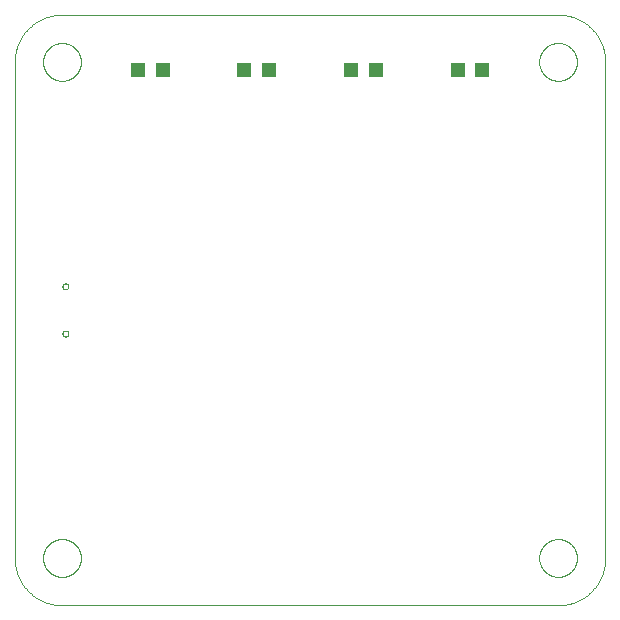
<source format=gbp>
G75*
%MOIN*%
%OFA0B0*%
%FSLAX25Y25*%
%IPPOS*%
%LPD*%
%AMOC8*
5,1,8,0,0,1.08239X$1,22.5*
%
%ADD10R,0.04724X0.04724*%
%ADD11C,0.00000*%
D10*
X0097114Y0241500D03*
X0105382Y0241500D03*
X0132646Y0241500D03*
X0140913Y0241500D03*
X0168177Y0241500D03*
X0176445Y0241500D03*
X0203705Y0241500D03*
X0211972Y0241500D03*
D11*
X0237220Y0063075D02*
X0071866Y0063075D01*
X0065567Y0078823D02*
X0065569Y0078981D01*
X0065575Y0079139D01*
X0065585Y0079297D01*
X0065599Y0079455D01*
X0065617Y0079612D01*
X0065638Y0079769D01*
X0065664Y0079925D01*
X0065694Y0080081D01*
X0065727Y0080236D01*
X0065765Y0080389D01*
X0065806Y0080542D01*
X0065851Y0080694D01*
X0065900Y0080845D01*
X0065953Y0080994D01*
X0066009Y0081142D01*
X0066069Y0081288D01*
X0066133Y0081433D01*
X0066201Y0081576D01*
X0066272Y0081718D01*
X0066346Y0081858D01*
X0066424Y0081995D01*
X0066506Y0082131D01*
X0066590Y0082265D01*
X0066679Y0082396D01*
X0066770Y0082525D01*
X0066865Y0082652D01*
X0066962Y0082777D01*
X0067063Y0082899D01*
X0067167Y0083018D01*
X0067274Y0083135D01*
X0067384Y0083249D01*
X0067497Y0083360D01*
X0067612Y0083469D01*
X0067730Y0083574D01*
X0067851Y0083676D01*
X0067974Y0083776D01*
X0068100Y0083872D01*
X0068228Y0083965D01*
X0068358Y0084055D01*
X0068491Y0084141D01*
X0068626Y0084225D01*
X0068762Y0084304D01*
X0068901Y0084381D01*
X0069042Y0084453D01*
X0069184Y0084523D01*
X0069328Y0084588D01*
X0069474Y0084650D01*
X0069621Y0084708D01*
X0069770Y0084763D01*
X0069920Y0084814D01*
X0070071Y0084861D01*
X0070223Y0084904D01*
X0070376Y0084943D01*
X0070531Y0084979D01*
X0070686Y0085010D01*
X0070842Y0085038D01*
X0070998Y0085062D01*
X0071155Y0085082D01*
X0071313Y0085098D01*
X0071470Y0085110D01*
X0071629Y0085118D01*
X0071787Y0085122D01*
X0071945Y0085122D01*
X0072103Y0085118D01*
X0072262Y0085110D01*
X0072419Y0085098D01*
X0072577Y0085082D01*
X0072734Y0085062D01*
X0072890Y0085038D01*
X0073046Y0085010D01*
X0073201Y0084979D01*
X0073356Y0084943D01*
X0073509Y0084904D01*
X0073661Y0084861D01*
X0073812Y0084814D01*
X0073962Y0084763D01*
X0074111Y0084708D01*
X0074258Y0084650D01*
X0074404Y0084588D01*
X0074548Y0084523D01*
X0074690Y0084453D01*
X0074831Y0084381D01*
X0074970Y0084304D01*
X0075106Y0084225D01*
X0075241Y0084141D01*
X0075374Y0084055D01*
X0075504Y0083965D01*
X0075632Y0083872D01*
X0075758Y0083776D01*
X0075881Y0083676D01*
X0076002Y0083574D01*
X0076120Y0083469D01*
X0076235Y0083360D01*
X0076348Y0083249D01*
X0076458Y0083135D01*
X0076565Y0083018D01*
X0076669Y0082899D01*
X0076770Y0082777D01*
X0076867Y0082652D01*
X0076962Y0082525D01*
X0077053Y0082396D01*
X0077142Y0082265D01*
X0077226Y0082131D01*
X0077308Y0081995D01*
X0077386Y0081858D01*
X0077460Y0081718D01*
X0077531Y0081576D01*
X0077599Y0081433D01*
X0077663Y0081288D01*
X0077723Y0081142D01*
X0077779Y0080994D01*
X0077832Y0080845D01*
X0077881Y0080694D01*
X0077926Y0080542D01*
X0077967Y0080389D01*
X0078005Y0080236D01*
X0078038Y0080081D01*
X0078068Y0079925D01*
X0078094Y0079769D01*
X0078115Y0079612D01*
X0078133Y0079455D01*
X0078147Y0079297D01*
X0078157Y0079139D01*
X0078163Y0078981D01*
X0078165Y0078823D01*
X0078163Y0078665D01*
X0078157Y0078507D01*
X0078147Y0078349D01*
X0078133Y0078191D01*
X0078115Y0078034D01*
X0078094Y0077877D01*
X0078068Y0077721D01*
X0078038Y0077565D01*
X0078005Y0077410D01*
X0077967Y0077257D01*
X0077926Y0077104D01*
X0077881Y0076952D01*
X0077832Y0076801D01*
X0077779Y0076652D01*
X0077723Y0076504D01*
X0077663Y0076358D01*
X0077599Y0076213D01*
X0077531Y0076070D01*
X0077460Y0075928D01*
X0077386Y0075788D01*
X0077308Y0075651D01*
X0077226Y0075515D01*
X0077142Y0075381D01*
X0077053Y0075250D01*
X0076962Y0075121D01*
X0076867Y0074994D01*
X0076770Y0074869D01*
X0076669Y0074747D01*
X0076565Y0074628D01*
X0076458Y0074511D01*
X0076348Y0074397D01*
X0076235Y0074286D01*
X0076120Y0074177D01*
X0076002Y0074072D01*
X0075881Y0073970D01*
X0075758Y0073870D01*
X0075632Y0073774D01*
X0075504Y0073681D01*
X0075374Y0073591D01*
X0075241Y0073505D01*
X0075106Y0073421D01*
X0074970Y0073342D01*
X0074831Y0073265D01*
X0074690Y0073193D01*
X0074548Y0073123D01*
X0074404Y0073058D01*
X0074258Y0072996D01*
X0074111Y0072938D01*
X0073962Y0072883D01*
X0073812Y0072832D01*
X0073661Y0072785D01*
X0073509Y0072742D01*
X0073356Y0072703D01*
X0073201Y0072667D01*
X0073046Y0072636D01*
X0072890Y0072608D01*
X0072734Y0072584D01*
X0072577Y0072564D01*
X0072419Y0072548D01*
X0072262Y0072536D01*
X0072103Y0072528D01*
X0071945Y0072524D01*
X0071787Y0072524D01*
X0071629Y0072528D01*
X0071470Y0072536D01*
X0071313Y0072548D01*
X0071155Y0072564D01*
X0070998Y0072584D01*
X0070842Y0072608D01*
X0070686Y0072636D01*
X0070531Y0072667D01*
X0070376Y0072703D01*
X0070223Y0072742D01*
X0070071Y0072785D01*
X0069920Y0072832D01*
X0069770Y0072883D01*
X0069621Y0072938D01*
X0069474Y0072996D01*
X0069328Y0073058D01*
X0069184Y0073123D01*
X0069042Y0073193D01*
X0068901Y0073265D01*
X0068762Y0073342D01*
X0068626Y0073421D01*
X0068491Y0073505D01*
X0068358Y0073591D01*
X0068228Y0073681D01*
X0068100Y0073774D01*
X0067974Y0073870D01*
X0067851Y0073970D01*
X0067730Y0074072D01*
X0067612Y0074177D01*
X0067497Y0074286D01*
X0067384Y0074397D01*
X0067274Y0074511D01*
X0067167Y0074628D01*
X0067063Y0074747D01*
X0066962Y0074869D01*
X0066865Y0074994D01*
X0066770Y0075121D01*
X0066679Y0075250D01*
X0066590Y0075381D01*
X0066506Y0075515D01*
X0066424Y0075651D01*
X0066346Y0075788D01*
X0066272Y0075928D01*
X0066201Y0076070D01*
X0066133Y0076213D01*
X0066069Y0076358D01*
X0066009Y0076504D01*
X0065953Y0076652D01*
X0065900Y0076801D01*
X0065851Y0076952D01*
X0065806Y0077104D01*
X0065765Y0077257D01*
X0065727Y0077410D01*
X0065694Y0077565D01*
X0065664Y0077721D01*
X0065638Y0077877D01*
X0065617Y0078034D01*
X0065599Y0078191D01*
X0065585Y0078349D01*
X0065575Y0078507D01*
X0065569Y0078665D01*
X0065567Y0078823D01*
X0056118Y0078823D02*
X0056123Y0078442D01*
X0056136Y0078062D01*
X0056159Y0077682D01*
X0056192Y0077303D01*
X0056233Y0076925D01*
X0056283Y0076548D01*
X0056343Y0076172D01*
X0056411Y0075797D01*
X0056489Y0075425D01*
X0056576Y0075054D01*
X0056671Y0074686D01*
X0056776Y0074320D01*
X0056889Y0073957D01*
X0057011Y0073596D01*
X0057141Y0073239D01*
X0057281Y0072885D01*
X0057428Y0072534D01*
X0057585Y0072187D01*
X0057749Y0071844D01*
X0057922Y0071505D01*
X0058103Y0071170D01*
X0058292Y0070839D01*
X0058489Y0070514D01*
X0058693Y0070193D01*
X0058906Y0069877D01*
X0059126Y0069567D01*
X0059353Y0069261D01*
X0059588Y0068962D01*
X0059830Y0068668D01*
X0060078Y0068380D01*
X0060334Y0068098D01*
X0060597Y0067823D01*
X0060866Y0067554D01*
X0061141Y0067291D01*
X0061423Y0067035D01*
X0061711Y0066787D01*
X0062005Y0066545D01*
X0062304Y0066310D01*
X0062610Y0066083D01*
X0062920Y0065863D01*
X0063236Y0065650D01*
X0063557Y0065446D01*
X0063882Y0065249D01*
X0064213Y0065060D01*
X0064548Y0064879D01*
X0064887Y0064706D01*
X0065230Y0064542D01*
X0065577Y0064385D01*
X0065928Y0064238D01*
X0066282Y0064098D01*
X0066639Y0063968D01*
X0067000Y0063846D01*
X0067363Y0063733D01*
X0067729Y0063628D01*
X0068097Y0063533D01*
X0068468Y0063446D01*
X0068840Y0063368D01*
X0069215Y0063300D01*
X0069591Y0063240D01*
X0069968Y0063190D01*
X0070346Y0063149D01*
X0070725Y0063116D01*
X0071105Y0063093D01*
X0071485Y0063080D01*
X0071866Y0063075D01*
X0056118Y0078823D02*
X0056118Y0244177D01*
X0065567Y0244177D02*
X0065569Y0244335D01*
X0065575Y0244493D01*
X0065585Y0244651D01*
X0065599Y0244809D01*
X0065617Y0244966D01*
X0065638Y0245123D01*
X0065664Y0245279D01*
X0065694Y0245435D01*
X0065727Y0245590D01*
X0065765Y0245743D01*
X0065806Y0245896D01*
X0065851Y0246048D01*
X0065900Y0246199D01*
X0065953Y0246348D01*
X0066009Y0246496D01*
X0066069Y0246642D01*
X0066133Y0246787D01*
X0066201Y0246930D01*
X0066272Y0247072D01*
X0066346Y0247212D01*
X0066424Y0247349D01*
X0066506Y0247485D01*
X0066590Y0247619D01*
X0066679Y0247750D01*
X0066770Y0247879D01*
X0066865Y0248006D01*
X0066962Y0248131D01*
X0067063Y0248253D01*
X0067167Y0248372D01*
X0067274Y0248489D01*
X0067384Y0248603D01*
X0067497Y0248714D01*
X0067612Y0248823D01*
X0067730Y0248928D01*
X0067851Y0249030D01*
X0067974Y0249130D01*
X0068100Y0249226D01*
X0068228Y0249319D01*
X0068358Y0249409D01*
X0068491Y0249495D01*
X0068626Y0249579D01*
X0068762Y0249658D01*
X0068901Y0249735D01*
X0069042Y0249807D01*
X0069184Y0249877D01*
X0069328Y0249942D01*
X0069474Y0250004D01*
X0069621Y0250062D01*
X0069770Y0250117D01*
X0069920Y0250168D01*
X0070071Y0250215D01*
X0070223Y0250258D01*
X0070376Y0250297D01*
X0070531Y0250333D01*
X0070686Y0250364D01*
X0070842Y0250392D01*
X0070998Y0250416D01*
X0071155Y0250436D01*
X0071313Y0250452D01*
X0071470Y0250464D01*
X0071629Y0250472D01*
X0071787Y0250476D01*
X0071945Y0250476D01*
X0072103Y0250472D01*
X0072262Y0250464D01*
X0072419Y0250452D01*
X0072577Y0250436D01*
X0072734Y0250416D01*
X0072890Y0250392D01*
X0073046Y0250364D01*
X0073201Y0250333D01*
X0073356Y0250297D01*
X0073509Y0250258D01*
X0073661Y0250215D01*
X0073812Y0250168D01*
X0073962Y0250117D01*
X0074111Y0250062D01*
X0074258Y0250004D01*
X0074404Y0249942D01*
X0074548Y0249877D01*
X0074690Y0249807D01*
X0074831Y0249735D01*
X0074970Y0249658D01*
X0075106Y0249579D01*
X0075241Y0249495D01*
X0075374Y0249409D01*
X0075504Y0249319D01*
X0075632Y0249226D01*
X0075758Y0249130D01*
X0075881Y0249030D01*
X0076002Y0248928D01*
X0076120Y0248823D01*
X0076235Y0248714D01*
X0076348Y0248603D01*
X0076458Y0248489D01*
X0076565Y0248372D01*
X0076669Y0248253D01*
X0076770Y0248131D01*
X0076867Y0248006D01*
X0076962Y0247879D01*
X0077053Y0247750D01*
X0077142Y0247619D01*
X0077226Y0247485D01*
X0077308Y0247349D01*
X0077386Y0247212D01*
X0077460Y0247072D01*
X0077531Y0246930D01*
X0077599Y0246787D01*
X0077663Y0246642D01*
X0077723Y0246496D01*
X0077779Y0246348D01*
X0077832Y0246199D01*
X0077881Y0246048D01*
X0077926Y0245896D01*
X0077967Y0245743D01*
X0078005Y0245590D01*
X0078038Y0245435D01*
X0078068Y0245279D01*
X0078094Y0245123D01*
X0078115Y0244966D01*
X0078133Y0244809D01*
X0078147Y0244651D01*
X0078157Y0244493D01*
X0078163Y0244335D01*
X0078165Y0244177D01*
X0078163Y0244019D01*
X0078157Y0243861D01*
X0078147Y0243703D01*
X0078133Y0243545D01*
X0078115Y0243388D01*
X0078094Y0243231D01*
X0078068Y0243075D01*
X0078038Y0242919D01*
X0078005Y0242764D01*
X0077967Y0242611D01*
X0077926Y0242458D01*
X0077881Y0242306D01*
X0077832Y0242155D01*
X0077779Y0242006D01*
X0077723Y0241858D01*
X0077663Y0241712D01*
X0077599Y0241567D01*
X0077531Y0241424D01*
X0077460Y0241282D01*
X0077386Y0241142D01*
X0077308Y0241005D01*
X0077226Y0240869D01*
X0077142Y0240735D01*
X0077053Y0240604D01*
X0076962Y0240475D01*
X0076867Y0240348D01*
X0076770Y0240223D01*
X0076669Y0240101D01*
X0076565Y0239982D01*
X0076458Y0239865D01*
X0076348Y0239751D01*
X0076235Y0239640D01*
X0076120Y0239531D01*
X0076002Y0239426D01*
X0075881Y0239324D01*
X0075758Y0239224D01*
X0075632Y0239128D01*
X0075504Y0239035D01*
X0075374Y0238945D01*
X0075241Y0238859D01*
X0075106Y0238775D01*
X0074970Y0238696D01*
X0074831Y0238619D01*
X0074690Y0238547D01*
X0074548Y0238477D01*
X0074404Y0238412D01*
X0074258Y0238350D01*
X0074111Y0238292D01*
X0073962Y0238237D01*
X0073812Y0238186D01*
X0073661Y0238139D01*
X0073509Y0238096D01*
X0073356Y0238057D01*
X0073201Y0238021D01*
X0073046Y0237990D01*
X0072890Y0237962D01*
X0072734Y0237938D01*
X0072577Y0237918D01*
X0072419Y0237902D01*
X0072262Y0237890D01*
X0072103Y0237882D01*
X0071945Y0237878D01*
X0071787Y0237878D01*
X0071629Y0237882D01*
X0071470Y0237890D01*
X0071313Y0237902D01*
X0071155Y0237918D01*
X0070998Y0237938D01*
X0070842Y0237962D01*
X0070686Y0237990D01*
X0070531Y0238021D01*
X0070376Y0238057D01*
X0070223Y0238096D01*
X0070071Y0238139D01*
X0069920Y0238186D01*
X0069770Y0238237D01*
X0069621Y0238292D01*
X0069474Y0238350D01*
X0069328Y0238412D01*
X0069184Y0238477D01*
X0069042Y0238547D01*
X0068901Y0238619D01*
X0068762Y0238696D01*
X0068626Y0238775D01*
X0068491Y0238859D01*
X0068358Y0238945D01*
X0068228Y0239035D01*
X0068100Y0239128D01*
X0067974Y0239224D01*
X0067851Y0239324D01*
X0067730Y0239426D01*
X0067612Y0239531D01*
X0067497Y0239640D01*
X0067384Y0239751D01*
X0067274Y0239865D01*
X0067167Y0239982D01*
X0067063Y0240101D01*
X0066962Y0240223D01*
X0066865Y0240348D01*
X0066770Y0240475D01*
X0066679Y0240604D01*
X0066590Y0240735D01*
X0066506Y0240869D01*
X0066424Y0241005D01*
X0066346Y0241142D01*
X0066272Y0241282D01*
X0066201Y0241424D01*
X0066133Y0241567D01*
X0066069Y0241712D01*
X0066009Y0241858D01*
X0065953Y0242006D01*
X0065900Y0242155D01*
X0065851Y0242306D01*
X0065806Y0242458D01*
X0065765Y0242611D01*
X0065727Y0242764D01*
X0065694Y0242919D01*
X0065664Y0243075D01*
X0065638Y0243231D01*
X0065617Y0243388D01*
X0065599Y0243545D01*
X0065585Y0243703D01*
X0065575Y0243861D01*
X0065569Y0244019D01*
X0065567Y0244177D01*
X0056118Y0244177D02*
X0056123Y0244558D01*
X0056136Y0244938D01*
X0056159Y0245318D01*
X0056192Y0245697D01*
X0056233Y0246075D01*
X0056283Y0246452D01*
X0056343Y0246828D01*
X0056411Y0247203D01*
X0056489Y0247575D01*
X0056576Y0247946D01*
X0056671Y0248314D01*
X0056776Y0248680D01*
X0056889Y0249043D01*
X0057011Y0249404D01*
X0057141Y0249761D01*
X0057281Y0250115D01*
X0057428Y0250466D01*
X0057585Y0250813D01*
X0057749Y0251156D01*
X0057922Y0251495D01*
X0058103Y0251830D01*
X0058292Y0252161D01*
X0058489Y0252486D01*
X0058693Y0252807D01*
X0058906Y0253123D01*
X0059126Y0253433D01*
X0059353Y0253739D01*
X0059588Y0254038D01*
X0059830Y0254332D01*
X0060078Y0254620D01*
X0060334Y0254902D01*
X0060597Y0255177D01*
X0060866Y0255446D01*
X0061141Y0255709D01*
X0061423Y0255965D01*
X0061711Y0256213D01*
X0062005Y0256455D01*
X0062304Y0256690D01*
X0062610Y0256917D01*
X0062920Y0257137D01*
X0063236Y0257350D01*
X0063557Y0257554D01*
X0063882Y0257751D01*
X0064213Y0257940D01*
X0064548Y0258121D01*
X0064887Y0258294D01*
X0065230Y0258458D01*
X0065577Y0258615D01*
X0065928Y0258762D01*
X0066282Y0258902D01*
X0066639Y0259032D01*
X0067000Y0259154D01*
X0067363Y0259267D01*
X0067729Y0259372D01*
X0068097Y0259467D01*
X0068468Y0259554D01*
X0068840Y0259632D01*
X0069215Y0259700D01*
X0069591Y0259760D01*
X0069968Y0259810D01*
X0070346Y0259851D01*
X0070725Y0259884D01*
X0071105Y0259907D01*
X0071485Y0259920D01*
X0071866Y0259925D01*
X0237220Y0259925D01*
X0230921Y0244177D02*
X0230923Y0244335D01*
X0230929Y0244493D01*
X0230939Y0244651D01*
X0230953Y0244809D01*
X0230971Y0244966D01*
X0230992Y0245123D01*
X0231018Y0245279D01*
X0231048Y0245435D01*
X0231081Y0245590D01*
X0231119Y0245743D01*
X0231160Y0245896D01*
X0231205Y0246048D01*
X0231254Y0246199D01*
X0231307Y0246348D01*
X0231363Y0246496D01*
X0231423Y0246642D01*
X0231487Y0246787D01*
X0231555Y0246930D01*
X0231626Y0247072D01*
X0231700Y0247212D01*
X0231778Y0247349D01*
X0231860Y0247485D01*
X0231944Y0247619D01*
X0232033Y0247750D01*
X0232124Y0247879D01*
X0232219Y0248006D01*
X0232316Y0248131D01*
X0232417Y0248253D01*
X0232521Y0248372D01*
X0232628Y0248489D01*
X0232738Y0248603D01*
X0232851Y0248714D01*
X0232966Y0248823D01*
X0233084Y0248928D01*
X0233205Y0249030D01*
X0233328Y0249130D01*
X0233454Y0249226D01*
X0233582Y0249319D01*
X0233712Y0249409D01*
X0233845Y0249495D01*
X0233980Y0249579D01*
X0234116Y0249658D01*
X0234255Y0249735D01*
X0234396Y0249807D01*
X0234538Y0249877D01*
X0234682Y0249942D01*
X0234828Y0250004D01*
X0234975Y0250062D01*
X0235124Y0250117D01*
X0235274Y0250168D01*
X0235425Y0250215D01*
X0235577Y0250258D01*
X0235730Y0250297D01*
X0235885Y0250333D01*
X0236040Y0250364D01*
X0236196Y0250392D01*
X0236352Y0250416D01*
X0236509Y0250436D01*
X0236667Y0250452D01*
X0236824Y0250464D01*
X0236983Y0250472D01*
X0237141Y0250476D01*
X0237299Y0250476D01*
X0237457Y0250472D01*
X0237616Y0250464D01*
X0237773Y0250452D01*
X0237931Y0250436D01*
X0238088Y0250416D01*
X0238244Y0250392D01*
X0238400Y0250364D01*
X0238555Y0250333D01*
X0238710Y0250297D01*
X0238863Y0250258D01*
X0239015Y0250215D01*
X0239166Y0250168D01*
X0239316Y0250117D01*
X0239465Y0250062D01*
X0239612Y0250004D01*
X0239758Y0249942D01*
X0239902Y0249877D01*
X0240044Y0249807D01*
X0240185Y0249735D01*
X0240324Y0249658D01*
X0240460Y0249579D01*
X0240595Y0249495D01*
X0240728Y0249409D01*
X0240858Y0249319D01*
X0240986Y0249226D01*
X0241112Y0249130D01*
X0241235Y0249030D01*
X0241356Y0248928D01*
X0241474Y0248823D01*
X0241589Y0248714D01*
X0241702Y0248603D01*
X0241812Y0248489D01*
X0241919Y0248372D01*
X0242023Y0248253D01*
X0242124Y0248131D01*
X0242221Y0248006D01*
X0242316Y0247879D01*
X0242407Y0247750D01*
X0242496Y0247619D01*
X0242580Y0247485D01*
X0242662Y0247349D01*
X0242740Y0247212D01*
X0242814Y0247072D01*
X0242885Y0246930D01*
X0242953Y0246787D01*
X0243017Y0246642D01*
X0243077Y0246496D01*
X0243133Y0246348D01*
X0243186Y0246199D01*
X0243235Y0246048D01*
X0243280Y0245896D01*
X0243321Y0245743D01*
X0243359Y0245590D01*
X0243392Y0245435D01*
X0243422Y0245279D01*
X0243448Y0245123D01*
X0243469Y0244966D01*
X0243487Y0244809D01*
X0243501Y0244651D01*
X0243511Y0244493D01*
X0243517Y0244335D01*
X0243519Y0244177D01*
X0243517Y0244019D01*
X0243511Y0243861D01*
X0243501Y0243703D01*
X0243487Y0243545D01*
X0243469Y0243388D01*
X0243448Y0243231D01*
X0243422Y0243075D01*
X0243392Y0242919D01*
X0243359Y0242764D01*
X0243321Y0242611D01*
X0243280Y0242458D01*
X0243235Y0242306D01*
X0243186Y0242155D01*
X0243133Y0242006D01*
X0243077Y0241858D01*
X0243017Y0241712D01*
X0242953Y0241567D01*
X0242885Y0241424D01*
X0242814Y0241282D01*
X0242740Y0241142D01*
X0242662Y0241005D01*
X0242580Y0240869D01*
X0242496Y0240735D01*
X0242407Y0240604D01*
X0242316Y0240475D01*
X0242221Y0240348D01*
X0242124Y0240223D01*
X0242023Y0240101D01*
X0241919Y0239982D01*
X0241812Y0239865D01*
X0241702Y0239751D01*
X0241589Y0239640D01*
X0241474Y0239531D01*
X0241356Y0239426D01*
X0241235Y0239324D01*
X0241112Y0239224D01*
X0240986Y0239128D01*
X0240858Y0239035D01*
X0240728Y0238945D01*
X0240595Y0238859D01*
X0240460Y0238775D01*
X0240324Y0238696D01*
X0240185Y0238619D01*
X0240044Y0238547D01*
X0239902Y0238477D01*
X0239758Y0238412D01*
X0239612Y0238350D01*
X0239465Y0238292D01*
X0239316Y0238237D01*
X0239166Y0238186D01*
X0239015Y0238139D01*
X0238863Y0238096D01*
X0238710Y0238057D01*
X0238555Y0238021D01*
X0238400Y0237990D01*
X0238244Y0237962D01*
X0238088Y0237938D01*
X0237931Y0237918D01*
X0237773Y0237902D01*
X0237616Y0237890D01*
X0237457Y0237882D01*
X0237299Y0237878D01*
X0237141Y0237878D01*
X0236983Y0237882D01*
X0236824Y0237890D01*
X0236667Y0237902D01*
X0236509Y0237918D01*
X0236352Y0237938D01*
X0236196Y0237962D01*
X0236040Y0237990D01*
X0235885Y0238021D01*
X0235730Y0238057D01*
X0235577Y0238096D01*
X0235425Y0238139D01*
X0235274Y0238186D01*
X0235124Y0238237D01*
X0234975Y0238292D01*
X0234828Y0238350D01*
X0234682Y0238412D01*
X0234538Y0238477D01*
X0234396Y0238547D01*
X0234255Y0238619D01*
X0234116Y0238696D01*
X0233980Y0238775D01*
X0233845Y0238859D01*
X0233712Y0238945D01*
X0233582Y0239035D01*
X0233454Y0239128D01*
X0233328Y0239224D01*
X0233205Y0239324D01*
X0233084Y0239426D01*
X0232966Y0239531D01*
X0232851Y0239640D01*
X0232738Y0239751D01*
X0232628Y0239865D01*
X0232521Y0239982D01*
X0232417Y0240101D01*
X0232316Y0240223D01*
X0232219Y0240348D01*
X0232124Y0240475D01*
X0232033Y0240604D01*
X0231944Y0240735D01*
X0231860Y0240869D01*
X0231778Y0241005D01*
X0231700Y0241142D01*
X0231626Y0241282D01*
X0231555Y0241424D01*
X0231487Y0241567D01*
X0231423Y0241712D01*
X0231363Y0241858D01*
X0231307Y0242006D01*
X0231254Y0242155D01*
X0231205Y0242306D01*
X0231160Y0242458D01*
X0231119Y0242611D01*
X0231081Y0242764D01*
X0231048Y0242919D01*
X0231018Y0243075D01*
X0230992Y0243231D01*
X0230971Y0243388D01*
X0230953Y0243545D01*
X0230939Y0243703D01*
X0230929Y0243861D01*
X0230923Y0244019D01*
X0230921Y0244177D01*
X0237220Y0259925D02*
X0237601Y0259920D01*
X0237981Y0259907D01*
X0238361Y0259884D01*
X0238740Y0259851D01*
X0239118Y0259810D01*
X0239495Y0259760D01*
X0239871Y0259700D01*
X0240246Y0259632D01*
X0240618Y0259554D01*
X0240989Y0259467D01*
X0241357Y0259372D01*
X0241723Y0259267D01*
X0242086Y0259154D01*
X0242447Y0259032D01*
X0242804Y0258902D01*
X0243158Y0258762D01*
X0243509Y0258615D01*
X0243856Y0258458D01*
X0244199Y0258294D01*
X0244538Y0258121D01*
X0244873Y0257940D01*
X0245204Y0257751D01*
X0245529Y0257554D01*
X0245850Y0257350D01*
X0246166Y0257137D01*
X0246476Y0256917D01*
X0246782Y0256690D01*
X0247081Y0256455D01*
X0247375Y0256213D01*
X0247663Y0255965D01*
X0247945Y0255709D01*
X0248220Y0255446D01*
X0248489Y0255177D01*
X0248752Y0254902D01*
X0249008Y0254620D01*
X0249256Y0254332D01*
X0249498Y0254038D01*
X0249733Y0253739D01*
X0249960Y0253433D01*
X0250180Y0253123D01*
X0250393Y0252807D01*
X0250597Y0252486D01*
X0250794Y0252161D01*
X0250983Y0251830D01*
X0251164Y0251495D01*
X0251337Y0251156D01*
X0251501Y0250813D01*
X0251658Y0250466D01*
X0251805Y0250115D01*
X0251945Y0249761D01*
X0252075Y0249404D01*
X0252197Y0249043D01*
X0252310Y0248680D01*
X0252415Y0248314D01*
X0252510Y0247946D01*
X0252597Y0247575D01*
X0252675Y0247203D01*
X0252743Y0246828D01*
X0252803Y0246452D01*
X0252853Y0246075D01*
X0252894Y0245697D01*
X0252927Y0245318D01*
X0252950Y0244938D01*
X0252963Y0244558D01*
X0252968Y0244177D01*
X0252969Y0244177D02*
X0252969Y0078823D01*
X0230921Y0078823D02*
X0230923Y0078981D01*
X0230929Y0079139D01*
X0230939Y0079297D01*
X0230953Y0079455D01*
X0230971Y0079612D01*
X0230992Y0079769D01*
X0231018Y0079925D01*
X0231048Y0080081D01*
X0231081Y0080236D01*
X0231119Y0080389D01*
X0231160Y0080542D01*
X0231205Y0080694D01*
X0231254Y0080845D01*
X0231307Y0080994D01*
X0231363Y0081142D01*
X0231423Y0081288D01*
X0231487Y0081433D01*
X0231555Y0081576D01*
X0231626Y0081718D01*
X0231700Y0081858D01*
X0231778Y0081995D01*
X0231860Y0082131D01*
X0231944Y0082265D01*
X0232033Y0082396D01*
X0232124Y0082525D01*
X0232219Y0082652D01*
X0232316Y0082777D01*
X0232417Y0082899D01*
X0232521Y0083018D01*
X0232628Y0083135D01*
X0232738Y0083249D01*
X0232851Y0083360D01*
X0232966Y0083469D01*
X0233084Y0083574D01*
X0233205Y0083676D01*
X0233328Y0083776D01*
X0233454Y0083872D01*
X0233582Y0083965D01*
X0233712Y0084055D01*
X0233845Y0084141D01*
X0233980Y0084225D01*
X0234116Y0084304D01*
X0234255Y0084381D01*
X0234396Y0084453D01*
X0234538Y0084523D01*
X0234682Y0084588D01*
X0234828Y0084650D01*
X0234975Y0084708D01*
X0235124Y0084763D01*
X0235274Y0084814D01*
X0235425Y0084861D01*
X0235577Y0084904D01*
X0235730Y0084943D01*
X0235885Y0084979D01*
X0236040Y0085010D01*
X0236196Y0085038D01*
X0236352Y0085062D01*
X0236509Y0085082D01*
X0236667Y0085098D01*
X0236824Y0085110D01*
X0236983Y0085118D01*
X0237141Y0085122D01*
X0237299Y0085122D01*
X0237457Y0085118D01*
X0237616Y0085110D01*
X0237773Y0085098D01*
X0237931Y0085082D01*
X0238088Y0085062D01*
X0238244Y0085038D01*
X0238400Y0085010D01*
X0238555Y0084979D01*
X0238710Y0084943D01*
X0238863Y0084904D01*
X0239015Y0084861D01*
X0239166Y0084814D01*
X0239316Y0084763D01*
X0239465Y0084708D01*
X0239612Y0084650D01*
X0239758Y0084588D01*
X0239902Y0084523D01*
X0240044Y0084453D01*
X0240185Y0084381D01*
X0240324Y0084304D01*
X0240460Y0084225D01*
X0240595Y0084141D01*
X0240728Y0084055D01*
X0240858Y0083965D01*
X0240986Y0083872D01*
X0241112Y0083776D01*
X0241235Y0083676D01*
X0241356Y0083574D01*
X0241474Y0083469D01*
X0241589Y0083360D01*
X0241702Y0083249D01*
X0241812Y0083135D01*
X0241919Y0083018D01*
X0242023Y0082899D01*
X0242124Y0082777D01*
X0242221Y0082652D01*
X0242316Y0082525D01*
X0242407Y0082396D01*
X0242496Y0082265D01*
X0242580Y0082131D01*
X0242662Y0081995D01*
X0242740Y0081858D01*
X0242814Y0081718D01*
X0242885Y0081576D01*
X0242953Y0081433D01*
X0243017Y0081288D01*
X0243077Y0081142D01*
X0243133Y0080994D01*
X0243186Y0080845D01*
X0243235Y0080694D01*
X0243280Y0080542D01*
X0243321Y0080389D01*
X0243359Y0080236D01*
X0243392Y0080081D01*
X0243422Y0079925D01*
X0243448Y0079769D01*
X0243469Y0079612D01*
X0243487Y0079455D01*
X0243501Y0079297D01*
X0243511Y0079139D01*
X0243517Y0078981D01*
X0243519Y0078823D01*
X0243517Y0078665D01*
X0243511Y0078507D01*
X0243501Y0078349D01*
X0243487Y0078191D01*
X0243469Y0078034D01*
X0243448Y0077877D01*
X0243422Y0077721D01*
X0243392Y0077565D01*
X0243359Y0077410D01*
X0243321Y0077257D01*
X0243280Y0077104D01*
X0243235Y0076952D01*
X0243186Y0076801D01*
X0243133Y0076652D01*
X0243077Y0076504D01*
X0243017Y0076358D01*
X0242953Y0076213D01*
X0242885Y0076070D01*
X0242814Y0075928D01*
X0242740Y0075788D01*
X0242662Y0075651D01*
X0242580Y0075515D01*
X0242496Y0075381D01*
X0242407Y0075250D01*
X0242316Y0075121D01*
X0242221Y0074994D01*
X0242124Y0074869D01*
X0242023Y0074747D01*
X0241919Y0074628D01*
X0241812Y0074511D01*
X0241702Y0074397D01*
X0241589Y0074286D01*
X0241474Y0074177D01*
X0241356Y0074072D01*
X0241235Y0073970D01*
X0241112Y0073870D01*
X0240986Y0073774D01*
X0240858Y0073681D01*
X0240728Y0073591D01*
X0240595Y0073505D01*
X0240460Y0073421D01*
X0240324Y0073342D01*
X0240185Y0073265D01*
X0240044Y0073193D01*
X0239902Y0073123D01*
X0239758Y0073058D01*
X0239612Y0072996D01*
X0239465Y0072938D01*
X0239316Y0072883D01*
X0239166Y0072832D01*
X0239015Y0072785D01*
X0238863Y0072742D01*
X0238710Y0072703D01*
X0238555Y0072667D01*
X0238400Y0072636D01*
X0238244Y0072608D01*
X0238088Y0072584D01*
X0237931Y0072564D01*
X0237773Y0072548D01*
X0237616Y0072536D01*
X0237457Y0072528D01*
X0237299Y0072524D01*
X0237141Y0072524D01*
X0236983Y0072528D01*
X0236824Y0072536D01*
X0236667Y0072548D01*
X0236509Y0072564D01*
X0236352Y0072584D01*
X0236196Y0072608D01*
X0236040Y0072636D01*
X0235885Y0072667D01*
X0235730Y0072703D01*
X0235577Y0072742D01*
X0235425Y0072785D01*
X0235274Y0072832D01*
X0235124Y0072883D01*
X0234975Y0072938D01*
X0234828Y0072996D01*
X0234682Y0073058D01*
X0234538Y0073123D01*
X0234396Y0073193D01*
X0234255Y0073265D01*
X0234116Y0073342D01*
X0233980Y0073421D01*
X0233845Y0073505D01*
X0233712Y0073591D01*
X0233582Y0073681D01*
X0233454Y0073774D01*
X0233328Y0073870D01*
X0233205Y0073970D01*
X0233084Y0074072D01*
X0232966Y0074177D01*
X0232851Y0074286D01*
X0232738Y0074397D01*
X0232628Y0074511D01*
X0232521Y0074628D01*
X0232417Y0074747D01*
X0232316Y0074869D01*
X0232219Y0074994D01*
X0232124Y0075121D01*
X0232033Y0075250D01*
X0231944Y0075381D01*
X0231860Y0075515D01*
X0231778Y0075651D01*
X0231700Y0075788D01*
X0231626Y0075928D01*
X0231555Y0076070D01*
X0231487Y0076213D01*
X0231423Y0076358D01*
X0231363Y0076504D01*
X0231307Y0076652D01*
X0231254Y0076801D01*
X0231205Y0076952D01*
X0231160Y0077104D01*
X0231119Y0077257D01*
X0231081Y0077410D01*
X0231048Y0077565D01*
X0231018Y0077721D01*
X0230992Y0077877D01*
X0230971Y0078034D01*
X0230953Y0078191D01*
X0230939Y0078349D01*
X0230929Y0078507D01*
X0230923Y0078665D01*
X0230921Y0078823D01*
X0237220Y0063075D02*
X0237601Y0063080D01*
X0237981Y0063093D01*
X0238361Y0063116D01*
X0238740Y0063149D01*
X0239118Y0063190D01*
X0239495Y0063240D01*
X0239871Y0063300D01*
X0240246Y0063368D01*
X0240618Y0063446D01*
X0240989Y0063533D01*
X0241357Y0063628D01*
X0241723Y0063733D01*
X0242086Y0063846D01*
X0242447Y0063968D01*
X0242804Y0064098D01*
X0243158Y0064238D01*
X0243509Y0064385D01*
X0243856Y0064542D01*
X0244199Y0064706D01*
X0244538Y0064879D01*
X0244873Y0065060D01*
X0245204Y0065249D01*
X0245529Y0065446D01*
X0245850Y0065650D01*
X0246166Y0065863D01*
X0246476Y0066083D01*
X0246782Y0066310D01*
X0247081Y0066545D01*
X0247375Y0066787D01*
X0247663Y0067035D01*
X0247945Y0067291D01*
X0248220Y0067554D01*
X0248489Y0067823D01*
X0248752Y0068098D01*
X0249008Y0068380D01*
X0249256Y0068668D01*
X0249498Y0068962D01*
X0249733Y0069261D01*
X0249960Y0069567D01*
X0250180Y0069877D01*
X0250393Y0070193D01*
X0250597Y0070514D01*
X0250794Y0070839D01*
X0250983Y0071170D01*
X0251164Y0071505D01*
X0251337Y0071844D01*
X0251501Y0072187D01*
X0251658Y0072534D01*
X0251805Y0072885D01*
X0251945Y0073239D01*
X0252075Y0073596D01*
X0252197Y0073957D01*
X0252310Y0074320D01*
X0252415Y0074686D01*
X0252510Y0075054D01*
X0252597Y0075425D01*
X0252675Y0075797D01*
X0252743Y0076172D01*
X0252803Y0076548D01*
X0252853Y0076925D01*
X0252894Y0077303D01*
X0252927Y0077682D01*
X0252950Y0078062D01*
X0252963Y0078442D01*
X0252968Y0078823D01*
X0072024Y0153626D02*
X0072026Y0153688D01*
X0072032Y0153751D01*
X0072042Y0153812D01*
X0072056Y0153873D01*
X0072073Y0153933D01*
X0072094Y0153992D01*
X0072120Y0154049D01*
X0072148Y0154104D01*
X0072180Y0154158D01*
X0072216Y0154209D01*
X0072254Y0154259D01*
X0072296Y0154305D01*
X0072340Y0154349D01*
X0072388Y0154390D01*
X0072437Y0154428D01*
X0072489Y0154462D01*
X0072543Y0154493D01*
X0072599Y0154521D01*
X0072657Y0154545D01*
X0072716Y0154566D01*
X0072776Y0154582D01*
X0072837Y0154595D01*
X0072899Y0154604D01*
X0072961Y0154609D01*
X0073024Y0154610D01*
X0073086Y0154607D01*
X0073148Y0154600D01*
X0073210Y0154589D01*
X0073270Y0154574D01*
X0073330Y0154556D01*
X0073388Y0154534D01*
X0073445Y0154508D01*
X0073500Y0154478D01*
X0073553Y0154445D01*
X0073604Y0154409D01*
X0073652Y0154370D01*
X0073698Y0154327D01*
X0073741Y0154282D01*
X0073781Y0154234D01*
X0073818Y0154184D01*
X0073852Y0154131D01*
X0073883Y0154077D01*
X0073909Y0154021D01*
X0073933Y0153963D01*
X0073952Y0153903D01*
X0073968Y0153843D01*
X0073980Y0153781D01*
X0073988Y0153720D01*
X0073992Y0153657D01*
X0073992Y0153595D01*
X0073988Y0153532D01*
X0073980Y0153471D01*
X0073968Y0153409D01*
X0073952Y0153349D01*
X0073933Y0153289D01*
X0073909Y0153231D01*
X0073883Y0153175D01*
X0073852Y0153121D01*
X0073818Y0153068D01*
X0073781Y0153018D01*
X0073741Y0152970D01*
X0073698Y0152925D01*
X0073652Y0152882D01*
X0073604Y0152843D01*
X0073553Y0152807D01*
X0073500Y0152774D01*
X0073445Y0152744D01*
X0073388Y0152718D01*
X0073330Y0152696D01*
X0073270Y0152678D01*
X0073210Y0152663D01*
X0073148Y0152652D01*
X0073086Y0152645D01*
X0073024Y0152642D01*
X0072961Y0152643D01*
X0072899Y0152648D01*
X0072837Y0152657D01*
X0072776Y0152670D01*
X0072716Y0152686D01*
X0072657Y0152707D01*
X0072599Y0152731D01*
X0072543Y0152759D01*
X0072489Y0152790D01*
X0072437Y0152824D01*
X0072388Y0152862D01*
X0072340Y0152903D01*
X0072296Y0152947D01*
X0072254Y0152993D01*
X0072216Y0153043D01*
X0072180Y0153094D01*
X0072148Y0153148D01*
X0072120Y0153203D01*
X0072094Y0153260D01*
X0072073Y0153319D01*
X0072056Y0153379D01*
X0072042Y0153440D01*
X0072032Y0153501D01*
X0072026Y0153564D01*
X0072024Y0153626D01*
X0072024Y0169374D02*
X0072026Y0169436D01*
X0072032Y0169499D01*
X0072042Y0169560D01*
X0072056Y0169621D01*
X0072073Y0169681D01*
X0072094Y0169740D01*
X0072120Y0169797D01*
X0072148Y0169852D01*
X0072180Y0169906D01*
X0072216Y0169957D01*
X0072254Y0170007D01*
X0072296Y0170053D01*
X0072340Y0170097D01*
X0072388Y0170138D01*
X0072437Y0170176D01*
X0072489Y0170210D01*
X0072543Y0170241D01*
X0072599Y0170269D01*
X0072657Y0170293D01*
X0072716Y0170314D01*
X0072776Y0170330D01*
X0072837Y0170343D01*
X0072899Y0170352D01*
X0072961Y0170357D01*
X0073024Y0170358D01*
X0073086Y0170355D01*
X0073148Y0170348D01*
X0073210Y0170337D01*
X0073270Y0170322D01*
X0073330Y0170304D01*
X0073388Y0170282D01*
X0073445Y0170256D01*
X0073500Y0170226D01*
X0073553Y0170193D01*
X0073604Y0170157D01*
X0073652Y0170118D01*
X0073698Y0170075D01*
X0073741Y0170030D01*
X0073781Y0169982D01*
X0073818Y0169932D01*
X0073852Y0169879D01*
X0073883Y0169825D01*
X0073909Y0169769D01*
X0073933Y0169711D01*
X0073952Y0169651D01*
X0073968Y0169591D01*
X0073980Y0169529D01*
X0073988Y0169468D01*
X0073992Y0169405D01*
X0073992Y0169343D01*
X0073988Y0169280D01*
X0073980Y0169219D01*
X0073968Y0169157D01*
X0073952Y0169097D01*
X0073933Y0169037D01*
X0073909Y0168979D01*
X0073883Y0168923D01*
X0073852Y0168869D01*
X0073818Y0168816D01*
X0073781Y0168766D01*
X0073741Y0168718D01*
X0073698Y0168673D01*
X0073652Y0168630D01*
X0073604Y0168591D01*
X0073553Y0168555D01*
X0073500Y0168522D01*
X0073445Y0168492D01*
X0073388Y0168466D01*
X0073330Y0168444D01*
X0073270Y0168426D01*
X0073210Y0168411D01*
X0073148Y0168400D01*
X0073086Y0168393D01*
X0073024Y0168390D01*
X0072961Y0168391D01*
X0072899Y0168396D01*
X0072837Y0168405D01*
X0072776Y0168418D01*
X0072716Y0168434D01*
X0072657Y0168455D01*
X0072599Y0168479D01*
X0072543Y0168507D01*
X0072489Y0168538D01*
X0072437Y0168572D01*
X0072388Y0168610D01*
X0072340Y0168651D01*
X0072296Y0168695D01*
X0072254Y0168741D01*
X0072216Y0168791D01*
X0072180Y0168842D01*
X0072148Y0168896D01*
X0072120Y0168951D01*
X0072094Y0169008D01*
X0072073Y0169067D01*
X0072056Y0169127D01*
X0072042Y0169188D01*
X0072032Y0169249D01*
X0072026Y0169312D01*
X0072024Y0169374D01*
M02*

</source>
